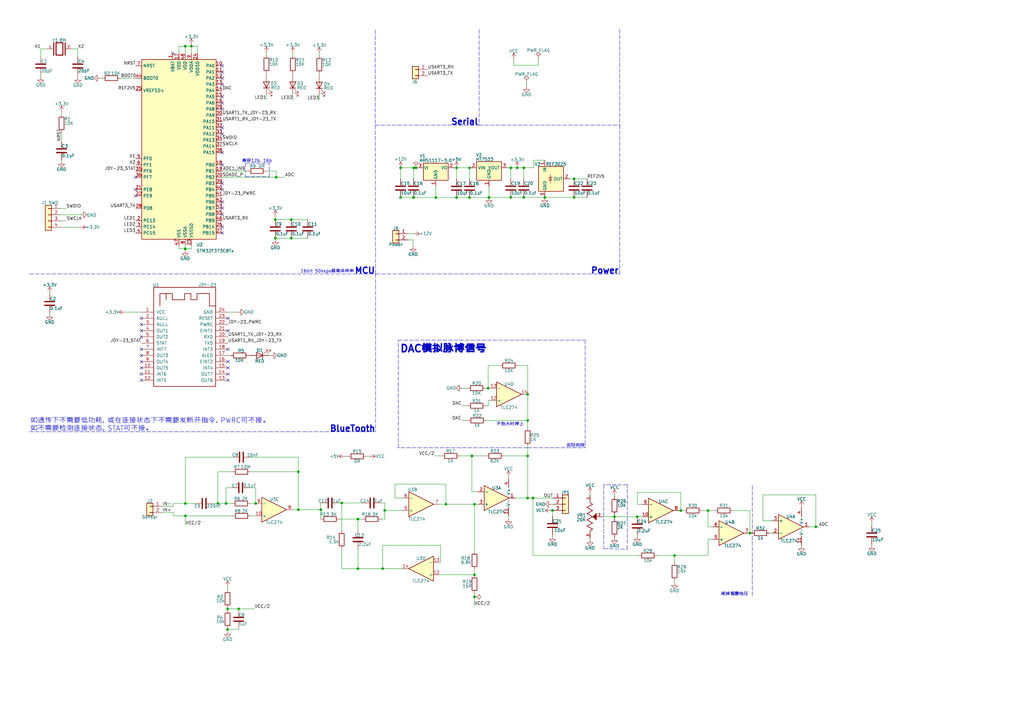
<source format=kicad_sch>
(kicad_sch (version 20211123) (generator eeschema)
  (paper "A3")
  (lib_symbols
    (symbol "3296W-1-103:3296W-1-103" (pin_names (offset 1.016))
      (property "Reference" "VR" (at -5.0871 10.1742 0))
      (property "Value" "3296W-1-103" (at -5.0926 -5.0926 0))
      (symbol "3296W-1-103_0_0"
        (pin passive line (at -8.89 0 0) (length 2.54) (name "~") (number "1"))
        (pin passive line (at 0 5.08 270) (length 2.54) (name "~") (number "2"))
        (pin passive line (at 8.89 0 180) (length 2.54) (name "~") (number "3"))
      )
    )
    (symbol "Amplifier_Operational:TLC274" (pin_names (offset 0.127))
      (property "Reference" "U" (at 0 5.08 0))
      (property "Value" "TLC274" (at 0 -5.08 0))
      (symbol "TLC274_1_1"
        (pin output line (at 7.62 0 180) (length 2.54) (name "~") (number "1"))
        (pin input line (at -7.62 -2.54 0) (length 2.54) (name "-") (number "2"))
        (pin input line (at -7.62 2.54 0) (length 2.54) (name "+") (number "3"))
      )
      (symbol "TLC274_2_1"
        (pin input line (at -7.62 2.54 0) (length 2.54) (name "+") (number "5"))
        (pin input line (at -7.62 -2.54 0) (length 2.54) (name "-") (number "6"))
        (pin output line (at 7.62 0 180) (length 2.54) (name "~") (number "7"))
      )
      (symbol "TLC274_3_1"
        (pin input line (at -7.62 2.54 0) (length 2.54) (name "+") (number "10"))
        (pin output line (at 7.62 0 180) (length 2.54) (name "~") (number "8"))
        (pin input line (at -7.62 -2.54 0) (length 2.54) (name "-") (number "9"))
      )
      (symbol "TLC274_4_1"
        (pin input line (at -7.62 2.54 0) (length 2.54) (name "+") (number "12"))
        (pin input line (at -7.62 -2.54 0) (length 2.54) (name "-") (number "13"))
        (pin output line (at 7.62 0 180) (length 2.54) (name "~") (number "14"))
      )
      (symbol "TLC274_5_1"
        (pin power_in line (at -2.54 -7.62 90) (length 3.81) (name "V-") (number "11"))
        (pin power_in line (at -2.54 7.62 270) (length 3.81) (name "V+") (number "4"))
      )
    )
    (symbol "Connector_Generic:Conn_01x02" (pin_names (offset 1.016) hide)
      (property "Reference" "J" (at 0 2.54 0))
      (property "Value" "Conn_01x02" (at 0 -5.08 0))
      (symbol "Conn_01x02_1_1"
        (pin passive line (at -5.08 0 0) (length 3.81) (name "Pin_1") (number "1"))
        (pin passive line (at -5.08 -2.54 0) (length 3.81) (name "Pin_2") (number "2"))
      )
    )
    (symbol "Connector_Generic:Conn_01x03" (pin_names (offset 1.016) hide)
      (property "Reference" "J" (at 0 5.08 0))
      (property "Value" "Conn_01x03" (at 0 -5.08 0))
      (symbol "Conn_01x03_1_1"
        (pin passive line (at -5.08 2.54 0) (length 3.81) (name "Pin_1") (number "1"))
        (pin passive line (at -5.08 0 0) (length 3.81) (name "Pin_2") (number "2"))
        (pin passive line (at -5.08 -2.54 0) (length 3.81) (name "Pin_3") (number "3"))
      )
    )
    (symbol "Connector_Generic:Conn_01x04" (pin_names (offset 1.016) hide)
      (property "Reference" "J" (at 0 5.08 0))
      (property "Value" "Conn_01x04" (at 0 -7.62 0))
      (symbol "Conn_01x04_1_1"
        (pin passive line (at -5.08 2.54 0) (length 3.81) (name "Pin_1") (number "1"))
        (pin passive line (at -5.08 0 0) (length 3.81) (name "Pin_2") (number "2"))
        (pin passive line (at -5.08 -2.54 0) (length 3.81) (name "Pin_3") (number "3"))
        (pin passive line (at -5.08 -5.08 0) (length 3.81) (name "Pin_4") (number "4"))
      )
    )
    (symbol "Device:C" (pin_numbers hide) (pin_names (offset 0.254))
      (property "Reference" "C" (at 0.635 2.54 0))
      (property "Value" "C" (at 0.635 -2.54 0))
      (symbol "C_1_1"
        (pin passive line (at 0 3.81 270) (length 2.794) (name "~") (number "1"))
        (pin passive line (at 0 -3.81 90) (length 2.794) (name "~") (number "2"))
      )
    )
    (symbol "Device:LED" (pin_numbers hide) (pin_names (offset 1.016) hide)
      (property "Reference" "D" (at 0 2.54 0))
      (property "Value" "LED" (at 0 -2.54 0))
      (symbol "LED_1_1"
        (pin passive line (at -3.81 0 0) (length 2.54) (name "K") (number "1"))
        (pin passive line (at 3.81 0 180) (length 2.54) (name "A") (number "2"))
      )
    )
    (symbol "Device:R" (pin_numbers hide) (pin_names (offset 0))
      (property "Reference" "R" (at 2.032 0 90))
      (property "Value" "R" (at 0 0 90))
      (symbol "R_1_1"
        (pin passive line (at 0 3.81 270) (length 1.27) (name "~") (number "1"))
        (pin passive line (at 0 -3.81 90) (length 1.27) (name "~") (number "2"))
      )
    )
    (symbol "JDY-23_1" (pin_names (offset 1.016))
      (property "Reference" "U" (at 0 1.27 0))
      (property "Value" "JDY-23_1" (at 0 -1.27 0))
      (symbol "JDY-23_1_1_0"
        (pin free line (at -5.08 30.48 0) (length 5.08) (name "VCC") (number "1"))
        (pin free line (at -5.08 7.62 0) (length 5.08) (name "OUT5") (number "10"))
        (pin free line (at -5.08 5.08 0) (length 5.08) (name "INT6") (number "11"))
        (pin free line (at -5.08 2.54 0) (length 5.08) (name "INT5") (number "12"))
        (pin free line (at 30.48 2.54 180) (length 5.08) (name "OUT6") (number "13"))
        (pin free line (at 30.48 5.08 180) (length 5.08) (name "OUT7") (number "14"))
        (pin free line (at 30.48 7.62 180) (length 5.08) (name "INT4") (number "15"))
        (pin free line (at 30.48 10.16 180) (length 5.08) (name "EINT2") (number "16"))
        (pin free line (at 30.48 12.7 180) (length 5.08) (name "ALED") (number "17"))
        (pin free line (at 30.48 15.24 180) (length 5.08) (name "INT3") (number "18"))
        (pin free line (at 30.48 17.78 180) (length 5.08) (name "TXD") (number "19"))
        (pin free line (at -5.08 27.94 0) (length 5.08) (name "NULL") (number "2"))
        (pin free line (at 30.48 20.32 180) (length 5.08) (name "RXD") (number "20"))
        (pin free line (at 30.48 22.86 180) (length 5.08) (name "EINT1") (number "21"))
        (pin free line (at 30.48 25.4 180) (length 5.08) (name "PWRC") (number "22"))
        (pin free line (at 30.48 27.94 180) (length 5.08) (name "RESET") (number "23"))
        (pin free line (at 30.48 30.48 180) (length 5.08) (name "GND") (number "24"))
        (pin free line (at -5.08 25.4 0) (length 5.08) (name "NULL") (number "3"))
        (pin free line (at -5.08 22.86 0) (length 5.08) (name "OUT1") (number "4"))
        (pin free line (at -5.08 20.32 0) (length 5.08) (name "OUT2") (number "5"))
        (pin free line (at -5.08 17.78 0) (length 5.08) (name "STAT") (number "6"))
        (pin free line (at -5.08 15.24 0) (length 5.08) (name "INT7") (number "7"))
        (pin free line (at -5.08 12.7 0) (length 5.08) (name "OUT3") (number "8"))
        (pin free line (at -5.08 10.16 0) (length 5.08) (name "OUT4") (number "9"))
      )
    )
    (symbol "MCU_ST_STM32F3:STM32F373C8Tx"
      (property "Reference" "U" (at -15.24 36.83 0))
      (property "Value" "STM32F373C8Tx" (at 10.16 36.83 0))
      (symbol "STM32F373C8Tx_1_1"
        (pin power_in line (at -2.54 38.1 270) (length 2.54) (name "VBAT") (number "1"))
        (pin bidirectional line (at 17.78 33.02 180) (length 2.54) (name "PA0") (number "10"))
        (pin bidirectional line (at 17.78 30.48 180) (length 2.54) (name "PA1") (number "11"))
        (pin bidirectional line (at 17.78 27.94 180) (length 2.54) (name "PA2") (number "12"))
        (pin bidirectional line (at 17.78 25.4 180) (length 2.54) (name "PA3") (number "13"))
        (pin bidirectional line (at 17.78 22.86 180) (length 2.54) (name "PA4") (number "14"))
        (pin bidirectional line (at 17.78 20.32 180) (length 2.54) (name "PA5") (number "15"))
        (pin bidirectional line (at 17.78 17.78 180) (length 2.54) (name "PA6") (number "16"))
        (pin power_in line (at 0 38.1 270) (length 2.54) (name "VDD") (number "17"))
        (pin bidirectional line (at 17.78 -7.62 180) (length 2.54) (name "PB0") (number "18"))
        (pin bidirectional line (at 17.78 -10.16 180) (length 2.54) (name "PB1") (number "19"))
        (pin bidirectional line (at -17.78 -30.48 0) (length 2.54) (name "PC13") (number "2"))
        (pin bidirectional line (at 17.78 -12.7 180) (length 2.54) (name "PB2") (number "20"))
        (pin bidirectional line (at -17.78 -17.78 0) (length 2.54) (name "PE8") (number "21"))
        (pin bidirectional line (at -17.78 -20.32 0) (length 2.54) (name "PE9") (number "22"))
        (pin power_in line (at 5.08 -40.64 90) (length 2.54) (name "VSSSD") (number "23"))
        (pin power_in line (at 7.62 38.1 270) (length 2.54) (name "VDDSD") (number "24"))
        (pin power_in line (at -17.78 22.86 0) (length 2.54) (name "VREFSD+") (number "25"))
        (pin bidirectional line (at 17.78 -33.02 180) (length 2.54) (name "PB14") (number "26"))
        (pin bidirectional line (at 17.78 -35.56 180) (length 2.54) (name "PB15") (number "27"))
        (pin bidirectional line (at -17.78 -25.4 0) (length 2.54) (name "PD8") (number "28"))
        (pin bidirectional line (at 17.78 15.24 180) (length 2.54) (name "PA8") (number "29"))
        (pin bidirectional line (at -17.78 -33.02 0) (length 2.54) (name "PC14") (number "3"))
        (pin bidirectional line (at 17.78 12.7 180) (length 2.54) (name "PA9") (number "30"))
        (pin bidirectional line (at 17.78 10.16 180) (length 2.54) (name "PA10") (number "31"))
        (pin bidirectional line (at 17.78 7.62 180) (length 2.54) (name "PA11") (number "32"))
        (pin bidirectional line (at 17.78 5.08 180) (length 2.54) (name "PA12") (number "33"))
        (pin bidirectional line (at 17.78 2.54 180) (length 2.54) (name "PA13") (number "34"))
        (pin bidirectional line (at -17.78 -10.16 0) (length 2.54) (name "PF6") (number "35"))
        (pin bidirectional line (at -17.78 -12.7 0) (length 2.54) (name "PF7") (number "36"))
        (pin bidirectional line (at 17.78 0 180) (length 2.54) (name "PA14") (number "37"))
        (pin bidirectional line (at 17.78 -2.54 180) (length 2.54) (name "PA15") (number "38"))
        (pin bidirectional line (at 17.78 -15.24 180) (length 2.54) (name "PB3") (number "39"))
        (pin bidirectional line (at -17.78 -35.56 0) (length 2.54) (name "PC15") (number "4"))
        (pin bidirectional line (at 17.78 -17.78 180) (length 2.54) (name "PB4") (number "40"))
        (pin bidirectional line (at 17.78 -20.32 180) (length 2.54) (name "PB5") (number "41"))
        (pin bidirectional line (at 17.78 -22.86 180) (length 2.54) (name "PB6") (number "42"))
        (pin bidirectional line (at 17.78 -25.4 180) (length 2.54) (name "PB7") (number "43"))
        (pin input line (at -17.78 27.94 0) (length 2.54) (name "BOOT0") (number "44"))
        (pin bidirectional line (at 17.78 -27.94 180) (length 2.54) (name "PB8") (number "45"))
        (pin bidirectional line (at 17.78 -30.48 180) (length 2.54) (name "PB9") (number "46"))
        (pin power_in line (at 0 -40.64 90) (length 2.54) (name "VSS") (number "47"))
        (pin power_in line (at 2.54 38.1 270) (length 2.54) (name "VDD") (number "48"))
        (pin input line (at -17.78 -5.08 0) (length 2.54) (name "PF0") (number "5"))
        (pin input line (at -17.78 -7.62 0) (length 2.54) (name "PF1") (number "6"))
        (pin input line (at -17.78 33.02 0) (length 2.54) (name "NRST") (number "7"))
        (pin power_in line (at 2.54 -40.64 90) (length 2.54) (name "VSSA") (number "8"))
        (pin power_in line (at 5.08 38.1 270) (length 2.54) (name "VDDA") (number "9"))
      )
    )
    (symbol "NX3225GD-8MHZ-STD-CRA-3:NX3225GD-8MHZ-STD-CRA-3" (pin_names (offset 1.016))
      (property "Reference" "Y" (at -5.0878 3.8159 0))
      (property "Value" "NX3225GD-8MHZ-STD-CRA-3" (at -5.0944 -5.0944 0))
      (symbol "NX3225GD-8MHZ-STD-CRA-3_0_0"
        (pin passive line (at -5.08 0 0) (length 2.54) (name "~") (number "1"))
        (pin passive line (at 5.08 0 180) (length 2.54) (name "~") (number "2"))
      )
    )
    (symbol "Reference_Voltage:REF3025" (pin_names (offset 0.254))
      (property "Reference" "U" (at 0 6.35 0))
      (property "Value" "REF3025" (at 2.54 -6.35 0))
      (symbol "REF3025_1_1"
        (pin power_in line (at -2.54 7.62 270) (length 2.54) (name "IN") (number "1"))
        (pin power_out line (at 7.62 0 180) (length 2.54) (name "OUT") (number "2"))
        (pin power_in line (at -2.54 -7.62 90) (length 2.54) (name "GND") (number "3"))
      )
    )
    (symbol "Regulator_Linear:AMS1117-5.0" (pin_names (offset 0.254))
      (property "Reference" "U" (at -3.81 3.175 0))
      (property "Value" "AMS1117-5.0" (at 0 3.175 0))
      (symbol "AMS1117-5.0_1_1"
        (pin power_in line (at 0 -7.62 90) (length 2.54) (name "GND") (number "1"))
        (pin power_out line (at 7.62 0 180) (length 2.54) (name "VO") (number "2"))
        (pin power_in line (at -7.62 0 0) (length 2.54) (name "VI") (number "3"))
      )
    )
    (symbol "Regulator_Linear:HT75xx-1-SOT89"
      (property "Reference" "U" (at -5.08 -3.81 0))
      (property "Value" "HT75xx-1-SOT89" (at 0 6.35 0))
      (symbol "HT75xx-1-SOT89_1_1"
        (pin power_in line (at 0 -5.08 90) (length 2.54) (name "GND") (number "1"))
        (pin power_in line (at -7.62 2.54 0) (length 2.54) (name "VIN") (number "2"))
        (pin power_out line (at 7.62 2.54 180) (length 2.54) (name "VOUT") (number "3"))
      )
    )
    (symbol "power:+12V" (power) (pin_names (offset 0))
      (property "Value" "+12V" (at 0 3.556 0))
      (symbol "+12V_1_1"
        (pin power_in line (at 0 0 90) (length 0) hide (name "+12V") (number "1"))
      )
    )
    (symbol "power:+3.3V" (power) (pin_names (offset 0))
      (property "Value" "+3.3V" (at 0 3.556 0))
      (symbol "+3.3V_1_1"
        (pin power_in line (at 0 0 90) (length 0) hide (name "+3.3V") (number "1"))
      )
    )
    (symbol "power:+5V" (power) (pin_names (offset 0))
      (property "Value" "+5V" (at 0 3.556 0))
      (symbol "+5V_1_1"
        (pin power_in line (at 0 0 90) (length 0) hide (name "+5V") (number "1"))
      )
    )
    (symbol "power:GND" (power) (pin_names (offset 0))
      (property "Value" "GND" (at 0 -3.81 0))
      (symbol "GND_1_1"
        (pin power_in line (at 0 0 270) (length 0) hide (name "GND") (number "1"))
      )
    )
    (symbol "power:PWR_FLAG" (power) (pin_numbers hide) (pin_names (offset 0) hide)
      (property "Value" "PWR_FLAG" (at 0 3.81 0))
      (symbol "PWR_FLAG_0_0"
        (pin power_out line (at 0 0 90) (length 0) (name "pwr") (number "1"))
      )
    )
    (symbol "power:VCC" (power) (pin_names (offset 0))
      (property "Value" "VCC" (at 0 3.81 0))
      (symbol "VCC_1_1"
        (pin power_in line (at 0 0 90) (length 0) hide (name "VCC") (number "1"))
      )
    )
  )
  (junction (at 131.572 209.042))
  (junction (at 78.486 18.9484))
  (junction (at 169.6212 68.834))
  (junction (at 122.3772 193.4972))
  (junction (at 192.5828 81.026))
  (junction (at 216.408 172.466))
  (junction (at 261.366 211.9376))
  (junction (at 235.458 80.9752))
  (junction (at 76.0476 211.582))
  (junction (at 112.9284 97.6884))
  (junction (at 112.9284 90.0684))
  (junction (at 279.2476 209.3976))
  (junction (at 93.3196 249.7328))
  (junction (at 156.9212 233.2228))
  (junction (at 200.2028 159.2072))
  (junction (at 216.408 204.2668))
  (junction (at 216.408 161.7472))
  (junction (at 276.6568 227.838))
  (junction (at 216.408 186.9948))
  (junction (at 187.2488 81.026))
  (junction (at 209.4992 68.834))
  (junction (at 164.2872 80.9752))
  (junction (at 169.6212 80.9752))
  (junction (at 182.88 206.8068))
  (junction (at 212.1408 68.834))
  (junction (at 178.7144 81.026))
  (junction (at 334.6196 216.1032))
  (junction (at 75.946 18.9484))
  (junction (at 75.946 102.0572))
  (junction (at 192.5828 68.834))
  (junction (at 200.5584 81.026))
  (junction (at 194.6148 206.8068))
  (junction (at 226.6188 209.3468))
  (junction (at 290.3728 209.3976))
  (junction (at 170.5864 68.834))
  (junction (at 97.8916 249.7328))
  (junction (at 122.3772 209.042))
  (junction (at 194.6148 235.7628))
  (junction (at 252.0188 211.9376))
  (junction (at 218.5924 204.2668))
  (junction (at 209.4992 80.9752))
  (junction (at 89.3572 206.502))
  (junction (at 235.458 73.3552))
  (junction (at 93.3196 258.1656))
  (junction (at 113.284 72.6948))
  (junction (at 164.2872 68.834))
  (junction (at 92.71 206.502))
  (junction (at 187.2488 68.834))
  (junction (at 119.4816 97.6884))
  (junction (at 146.812 233.2228))
  (junction (at 140.1572 206.2988))
  (junction (at 169.6212 81.026))
  (junction (at 200.5584 80.9752))
  (junction (at 104.8512 206.502))
  (junction (at 194.6148 244.8052))
  (junction (at 157.7848 209.3468))
  (junction (at 223.4692 80.9752))
  (junction (at 146.812 212.9028))
  (junction (at 76.0476 206.502))
  (junction (at 307.594 218.6432))
  (junction (at 214.8332 80.9752))
  (junction (at 193.548 186.9948))
  (junction (at 214.8332 68.834))
  (junction (at 119.4816 90.0684))
  (no_connect (at 91.186 39.6748))
  (no_connect (at 91.186 85.3948))
  (no_connect (at 91.186 67.6148))
  (no_connect (at 91.186 82.8548))
  (no_connect (at 93.5228 150.876))
  (no_connect (at 91.186 42.2148))
  (no_connect (at 91.186 62.5348))
  (no_connect (at 91.186 54.9148))
  (no_connect (at 91.186 44.7548))
  (no_connect (at 93.5228 153.416))
  (no_connect (at 55.626 80.3148))
  (no_connect (at 91.186 32.0548))
  (no_connect (at 57.9628 130.556))
  (no_connect (at 57.9628 135.636))
  (no_connect (at 57.9628 133.096))
  (no_connect (at 91.186 52.3748))
  (no_connect (at 57.9628 153.416))
  (no_connect (at 57.9628 148.336))
  (no_connect (at 91.186 95.5548))
  (no_connect (at 91.186 34.5948))
  (no_connect (at 57.9628 138.176))
  (no_connect (at 57.9628 150.876))
  (no_connect (at 55.626 77.7748))
  (no_connect (at 91.186 29.5148))
  (no_connect (at 93.5228 135.636))
  (no_connect (at 91.186 77.7748))
  (no_connect (at 93.5228 155.956))
  (no_connect (at 93.5228 143.256))
  (no_connect (at 57.9628 145.796))
  (no_connect (at 57.9628 155.956))
  (no_connect (at 91.186 26.9748))
  (no_connect (at 70.866 21.8948))
  (no_connect (at 93.5228 130.556))
  (no_connect (at 91.186 87.9348))
  (no_connect (at 91.186 75.2348))
  (no_connect (at 55.626 72.6948))
  (no_connect (at 91.186 93.0148))
  (no_connect (at 93.5228 148.336))
  (no_connect (at 57.9628 143.256))
  (wire (pts (xy 119.4816 90.0684) (xy 126.238 90.0684)))
  (wire (pts (xy 91.186 70.1548) (xy 101.6 70.1548)))
  (wire (pts (xy 194.6148 244.8052) (xy 194.6148 248.4628)))
  (wire (pts (xy 167.4368 95.8596) (xy 169.4688 95.8596)))
  (wire (pts (xy 170.5864 68.834) (xy 171.0944 68.834)))
  (wire (pts (xy 112.9284 97.6884) (xy 112.9284 98.2472)))
  (wire (pts (xy 235.458 73.3552) (xy 240.792 73.3552)))
  (wire (pts (xy 216.408 172.466) (xy 216.408 175.4632)))
  (wire (pts (xy 93.3196 240.792) (xy 93.3196 241.7572)))
  (wire (pts (xy 89.3572 206.502) (xy 92.71 206.502)))
  (wire (pts (xy 290.3728 209.3976) (xy 293.116 209.3976)))
  (wire (pts (xy 290.3728 216.1032) (xy 292.354 216.1032)))
  (polyline (pts (xy 216.408 183.642) (xy 163.322 183.642)))
  (wire (pts (xy 187.2488 68.834) (xy 186.3344 68.834)))
  (wire (pts (xy 97.8916 249.7328) (xy 104.394 249.7328)))
  (wire (pts (xy 25.2476 54.4068) (xy 25.2476 58.0136)))
  (wire (pts (xy 131.572 209.042) (xy 131.572 206.2988)))
  (wire (pts (xy 73.406 21.8948) (xy 73.406 18.9484)))
  (polyline (pts (xy 239.9792 139.4968) (xy 239.9792 183.642)))
  (wire (pts (xy 162.0012 198.5772) (xy 182.88 198.5772)))
  (polyline (pts (xy 248.158 198.7804) (xy 247.5992 198.7804)))
  (wire (pts (xy 200.2028 159.2072) (xy 200.2028 149.9108)))
  (wire (pts (xy 290.4236 221.1832) (xy 292.354 221.1832)))
  (wire (pts (xy 162.0012 204.2668) (xy 162.0012 198.5772)))
  (wire (pts (xy 71.0692 210.2104) (xy 71.0692 211.582)))
  (polyline (pts (xy 196.4944 51.308) (xy 254.1524 51.308)))
  (polyline (pts (xy 100.584 66.9544) (xy 110.4392 66.9544)))
  (wire (pts (xy 261.366 211.9376) (xy 263.398 211.9376)))
  (wire (pts (xy 156.9212 233.2228) (xy 165.0492 233.2228)))
  (wire (pts (xy 146.812 225.1456) (xy 146.812 233.2228)))
  (wire (pts (xy 25.2476 45.9232) (xy 25.2476 46.7868)))
  (wire (pts (xy 194.6148 233.6292) (xy 194.6148 235.7628)))
  (wire (pts (xy 164.2872 81.026) (xy 164.2872 80.9752)))
  (wire (pts (xy 140.1572 233.2228) (xy 146.812 233.2228)))
  (wire (pts (xy 93.5228 145.796) (xy 94.488 145.796)))
  (wire (pts (xy 216.408 186.9948) (xy 216.408 204.2668)))
  (wire (pts (xy 169.418 98.3996) (xy 169.418 100.9396)))
  (wire (pts (xy 131.572 209.042) (xy 131.572 212.9028)))
  (wire (pts (xy 193.548 186.9948) (xy 199.1868 186.9948)))
  (wire (pts (xy 102.87 211.582) (xy 104.8512 211.582)))
  (wire (pts (xy 180.2892 235.7628) (xy 194.6148 235.7628)))
  (wire (pts (xy 66.548 207.6704) (xy 71.0184 207.6704)))
  (wire (pts (xy 178.7144 81.026) (xy 178.7144 76.454)))
  (wire (pts (xy 316.7888 213.5632) (xy 312.928 213.5632)))
  (wire (pts (xy 261.366 219.5576) (xy 261.366 219.9132)))
  (wire (pts (xy 156.4132 206.2988) (xy 157.7848 206.2988)))
  (wire (pts (xy 334.6196 216.1032) (xy 332.0288 216.1032)))
  (wire (pts (xy 75.946 18.9484) (xy 75.946 21.8948)))
  (wire (pts (xy 200.5584 80.9752) (xy 200.5584 76.454)))
  (wire (pts (xy 110.2868 145.796) (xy 111.0996 145.796)))
  (wire (pts (xy 93.3196 249.7328) (xy 93.3196 250.19)))
  (wire (pts (xy 122.3772 187.5028) (xy 122.3772 193.4972)))
  (wire (pts (xy 200.3044 166.4208) (xy 199.3392 166.4208)))
  (wire (pts (xy 300.736 209.3976) (xy 307.594 209.3976)))
  (wire (pts (xy 24.892 88.0872) (xy 33.02 88.0872)))
  (wire (pts (xy 31.9024 30.8864) (xy 31.9024 31.6484)))
  (wire (pts (xy 187.2488 81.026) (xy 192.5828 81.026)))
  (wire (pts (xy 276.6568 227.838) (xy 276.6568 230.632)))
  (wire (pts (xy 216.408 149.9108) (xy 212.5472 149.9108)))
  (wire (pts (xy 78.486 102.0572) (xy 75.946 102.0572)))
  (wire (pts (xy 200.2028 149.9108) (xy 204.9272 149.9108)))
  (wire (pts (xy 122.3772 193.4972) (xy 122.3772 209.042)))
  (wire (pts (xy 93.3196 258.1656) (xy 97.8916 258.1656)))
  (wire (pts (xy 357.5812 223.2152) (xy 357.5812 223.6724)))
  (wire (pts (xy 200.3044 164.2872) (xy 200.3044 166.4208)))
  (polyline (pts (xy 308.5592 199.136) (xy 308.5592 244.2464)))
  (wire (pts (xy 334.6196 202.9968) (xy 334.6196 216.1032)))
  (wire (pts (xy 81.026 21.8948) (xy 81.026 18.9484)))
  (wire (pts (xy 290.3728 209.3976) (xy 290.3728 216.1032)))
  (polyline (pts (xy 257.302 225.2472) (xy 257.302 198.7804)))
  (wire (pts (xy 200.5584 80.9752) (xy 200.5584 81.026)))
  (wire (pts (xy 312.928 213.5632) (xy 312.928 202.9968)))
  (wire (pts (xy 214.8332 73.3552) (xy 214.8332 68.834)))
  (wire (pts (xy 87.5284 206.502) (xy 89.3572 206.502)))
  (wire (pts (xy 307.594 209.3976) (xy 307.594 218.6432)))
  (wire (pts (xy 279.2476 209.3976) (xy 278.638 209.3976)))
  (wire (pts (xy 16.7132 20.066) (xy 19.304 20.066)))
  (wire (pts (xy 157.7848 209.3468) (xy 157.7848 212.9028)))
  (wire (pts (xy 208.5848 211.582) (xy 208.5848 212.6996)))
  (wire (pts (xy 226.6188 219.3544) (xy 226.6188 219.8624)))
  (wire (pts (xy 206.8068 186.9948) (xy 216.408 186.9948)))
  (wire (pts (xy 235.458 80.9752) (xy 240.792 80.9752)))
  (wire (pts (xy 76.0476 187.5028) (xy 95.1992 187.5028)))
  (polyline (pts (xy 12.0904 177.0888) (xy 154.0256 177.0888)))
  (wire (pts (xy 218.948 68.834) (xy 218.948 65.7352)))
  (wire (pts (xy 178.7144 81.026) (xy 187.2488 81.026)))
  (wire (pts (xy 97.8916 249.7328) (xy 93.3196 249.7328)))
  (wire (pts (xy 93.3196 258.1656) (xy 93.3196 258.9276)))
  (wire (pts (xy 279.2476 201.9808) (xy 279.2476 209.3976)))
  (wire (pts (xy 24.892 90.6272) (xy 27.3304 90.6272)))
  (wire (pts (xy 49.4792 32.0548) (xy 55.626 32.0548)))
  (wire (pts (xy 194.6148 206.8068) (xy 194.6148 226.0092)))
  (wire (pts (xy 93.5228 128.016) (xy 97.536 128.016)))
  (wire (pts (xy 187.2488 68.834) (xy 192.5828 68.834)))
  (wire (pts (xy 120.0912 38.6588) (xy 120.0912 41.0464)))
  (wire (pts (xy 16.7132 20.066) (xy 16.7132 23.2664)))
  (wire (pts (xy 226.2124 209.3468) (xy 226.6188 209.3468)))
  (wire (pts (xy 218.5924 204.2668) (xy 218.5924 227.838)))
  (polyline (pts (xy 153.8732 12.0396) (xy 153.924 12.0396)))
  (wire (pts (xy 167.4368 98.3996) (xy 169.418 98.3996)))
  (wire (pts (xy 112.9284 88.6968) (xy 112.9284 90.0684)))
  (wire (pts (xy 76.0476 206.502) (xy 76.0476 187.5028)))
  (wire (pts (xy 140.1572 206.2988) (xy 148.7932 206.2988)))
  (wire (pts (xy 102.87 193.4972) (xy 122.3772 193.4972)))
  (wire (pts (xy 102.5144 200.0504) (xy 104.8512 200.0504)))
  (wire (pts (xy 92.71 206.502) (xy 95.1484 206.502)))
  (wire (pts (xy 233.6292 73.3552) (xy 235.458 73.3552)))
  (wire (pts (xy 24.892 93.1672) (xy 32.6644 93.1672)))
  (wire (pts (xy 187.2488 73.406) (xy 187.2488 68.834)))
  (polyline (pts (xy 100.584 72.39) (xy 110.4392 72.39)))
  (wire (pts (xy 200.2028 159.2072) (xy 201.168 159.2072)))
  (wire (pts (xy 71.0692 211.582) (xy 76.0476 211.582)))
  (polyline (pts (xy 154.0256 112.3696) (xy 154.0256 177.0888)))
  (wire (pts (xy 192.5828 81.026) (xy 200.5584 81.026)))
  (wire (pts (xy 76.0476 206.502) (xy 79.9084 206.502)))
  (wire (pts (xy 81.026 18.9484) (xy 78.486 18.9484)))
  (wire (pts (xy 146.812 212.9028) (xy 146.812 217.5256)))
  (wire (pts (xy 112.9284 97.6884) (xy 119.4816 97.6884)))
  (wire (pts (xy 328.7268 208.0768) (xy 328.7268 208.28)))
  (wire (pts (xy 189.2808 166.4208) (xy 191.7192 166.4208)))
  (wire (pts (xy 216.408 204.2668) (xy 218.5924 204.2668)))
  (wire (pts (xy 226.6188 209.3468) (xy 226.6188 211.7344)))
  (wire (pts (xy 104.8512 200.0504) (xy 104.8512 206.502)))
  (polyline (pts (xy 196.4944 12.0396) (xy 196.4944 51.308)))
  (wire (pts (xy 218.948 65.7352) (xy 223.4692 65.7352)))
  (wire (pts (xy 192.5828 68.834) (xy 192.9384 68.834)))
  (wire (pts (xy 180.6956 223.6216) (xy 180.6956 230.6828)))
  (wire (pts (xy 130.9624 38.7604) (xy 130.9624 41.148)))
  (wire (pts (xy 97.8916 250.19) (xy 97.8916 249.7328)))
  (wire (pts (xy 156.9212 223.6724) (xy 180.6956 223.6216)))
  (wire (pts (xy 182.88 198.5772) (xy 182.88 206.8068)))
  (polyline (pts (xy 254.1524 51.308) (xy 254.1524 112.3696)))
  (wire (pts (xy 276.6568 227.838) (xy 290.4236 227.838)))
  (wire (pts (xy 216.408 161.7472) (xy 216.408 149.9108)))
  (wire (pts (xy 75.946 100.6348) (xy 75.946 102.0572)))
  (wire (pts (xy 169.6212 81.026) (xy 169.6212 80.9752)))
  (wire (pts (xy 130.9624 30.3276) (xy 130.9624 31.1404)))
  (wire (pts (xy 122.3772 209.042) (xy 131.572 209.042)))
  (polyline (pts (xy 216.408 183.642) (xy 239.9792 183.642)))
  (wire (pts (xy 247.0912 211.9376) (xy 252.0188 211.9376)))
  (wire (pts (xy 214.8332 68.834) (xy 218.948 68.834)))
  (wire (pts (xy 334.6196 216.1032) (xy 335.8388 216.1032)))
  (wire (pts (xy 193.548 186.9948) (xy 193.548 201.7268)))
  (wire (pts (xy 261.4168 206.8576) (xy 261.4168 201.9808)))
  (wire (pts (xy 164.2872 68.834) (xy 169.6212 68.834)))
  (wire (pts (xy 357.5812 214.4776) (xy 357.5812 215.5952)))
  (wire (pts (xy 120.0912 21.7932) (xy 120.0912 22.606)))
  (wire (pts (xy 252.0188 211.9376) (xy 252.0188 212.6996)))
  (wire (pts (xy 73.406 102.0572) (xy 75.946 102.0572)))
  (wire (pts (xy 287.9852 209.3976) (xy 290.3728 209.3976)))
  (wire (pts (xy 76.0476 211.582) (xy 95.25 211.582)))
  (wire (pts (xy 209.4992 68.834) (xy 208.1784 68.834)))
  (wire (pts (xy 71.0184 206.502) (xy 71.0184 207.6704)))
  (wire (pts (xy 279.2476 209.3976) (xy 280.3652 209.3976)))
  (wire (pts (xy 157.7848 206.2988) (xy 157.7848 209.3468)))
  (polyline (pts (xy 254.1524 112.3696) (xy 154.0256 112.3696)))
  (polyline (pts (xy 247.5992 198.7804) (xy 247.5992 225.044)))
  (wire (pts (xy 209.4992 68.834) (xy 212.1408 68.834)))
  (wire (pts (xy 109.2708 30.1752) (xy 109.2708 30.988)))
  (wire (pts (xy 156.9212 233.2228) (xy 156.9212 223.6724)))
  (wire (pts (xy 120.0912 30.226) (xy 120.0912 31.0388)))
  (wire (pts (xy 113.284 72.6948) (xy 116.8908 72.6948)))
  (wire (pts (xy 312.928 202.9968) (xy 334.6196 202.9968)))
  (wire (pts (xy 140.1572 206.2988) (xy 140.1572 217.5256)))
  (wire (pts (xy 29.464 20.066) (xy 31.9024 20.066)))
  (wire (pts (xy 199.4916 172.466) (xy 216.408 172.466)))
  (polyline (pts (xy 163.322 139.4968) (xy 239.9792 139.4968)))
  (wire (pts (xy 290.4236 227.838) (xy 290.4236 221.1832)))
  (wire (pts (xy 113.284 72.6948) (xy 113.284 70.1548)))
  (wire (pts (xy 261.366 211.9376) (xy 252.0188 211.9376)))
  (polyline (pts (xy 153.924 51.308) (xy 196.4944 51.308)))
  (wire (pts (xy 20.3708 120.1928) (xy 20.3708 120.65)))
  (wire (pts (xy 92.71 200.0504) (xy 92.71 206.502)))
  (wire (pts (xy 73.406 18.9484) (xy 75.946 18.9484)))
  (wire (pts (xy 146.812 233.2228) (xy 156.9212 233.2228)))
  (wire (pts (xy 194.6148 243.3828) (xy 194.6148 244.8052)))
  (wire (pts (xy 226.2632 206.8068) (xy 226.822 206.8068)))
  (wire (pts (xy 220.8276 26.7716) (xy 220.8276 24.13)))
  (wire (pts (xy 209.4992 80.9752) (xy 214.8332 80.9752)))
  (wire (pts (xy 97.8916 257.81) (xy 97.8916 258.1656)))
  (wire (pts (xy 76.0476 211.582) (xy 76.0476 215.4936)))
  (wire (pts (xy 75.946 102.0572) (xy 75.946 102.6668)))
  (wire (pts (xy 328.7268 223.52) (xy 328.7268 223.8248)))
  (wire (pts (xy 189.23 172.466) (xy 191.8716 172.466)))
  (wire (pts (xy 93.3196 257.81) (xy 93.3196 258.1656)))
  (polyline (pts (xy 257.302 198.7804) (xy 248.158 198.7804)))
  (wire (pts (xy 31.9024 20.066) (xy 31.9024 23.2664)))
  (wire (pts (xy 212.1408 68.834) (xy 214.8332 68.834)))
  (wire (pts (xy 130.9624 21.8948) (xy 130.9624 22.7076)))
  (wire (pts (xy 242.0112 202.438) (xy 242.0112 203.0476)))
  (polyline (pts (xy 163.322 183.642) (xy 163.322 139.4968)))
  (wire (pts (xy 196.0372 201.7268) (xy 193.548 201.7268)))
  (wire (pts (xy 109.2708 21.7424) (xy 109.2708 22.5552)))
  (wire (pts (xy 199.2884 159.2072) (xy 200.2028 159.2072)))
  (wire (pts (xy 78.486 18.3896) (xy 78.486 18.9484)))
  (wire (pts (xy 215.9508 33.8836) (xy 215.9508 35.4584)))
  (wire (pts (xy 157.7848 212.9028) (xy 156.3116 212.9028)))
  (wire (pts (xy 261.4168 201.9808) (xy 279.2476 201.9808)))
  (wire (pts (xy 75.946 18.9484) (xy 78.486 18.9484)))
  (wire (pts (xy 182.88 206.8068) (xy 180.3908 206.8068)))
  (wire (pts (xy 164.2872 68.834) (xy 164.2872 73.3552)))
  (wire (pts (xy 201.168 164.2872) (xy 200.3044 164.2872)))
  (wire (pts (xy 71.0184 206.502) (xy 76.0476 206.502)))
  (wire (pts (xy 269.5448 227.838) (xy 276.6568 227.838)))
  (wire (pts (xy 200.5584 80.9752) (xy 209.4992 80.9752)))
  (wire (pts (xy 189.6364 159.2072) (xy 191.6684 159.2072)))
  (polyline (pts (xy 247.5992 225.044) (xy 257.302 225.2472)))
  (wire (pts (xy 315.722 218.6432) (xy 316.7888 218.6432)))
  (wire (pts (xy 41.0972 32.0548) (xy 41.8592 32.0548)))
  (wire (pts (xy 119.4816 97.6884) (xy 126.238 97.6884)))
  (wire (pts (xy 242.0112 220.8276) (xy 242.0112 221.3864)))
  (wire (pts (xy 252.0188 220.3196) (xy 252.0188 220.5228)))
  (wire (pts (xy 93.3196 249.3772) (xy 93.3196 249.7328)))
  (wire (pts (xy 140.1572 225.1456) (xy 140.1572 233.2228)))
  (wire (pts (xy 102.8192 187.5028) (xy 122.3772 187.5028)))
  (wire (pts (xy 51.3588 128.016) (xy 57.9628 128.016)))
  (wire (pts (xy 209.4992 73.3552) (xy 209.4992 68.834)))
  (wire (pts (xy 25.2476 65.6336) (xy 25.2476 66.0908)))
  (wire (pts (xy 89.3572 193.4972) (xy 89.3572 206.502)))
  (wire (pts (xy 178.2064 186.9948) (xy 181.0512 186.9948)))
  (wire (pts (xy 208.5848 195.6308) (xy 208.5848 196.342)))
  (wire (pts (xy 91.186 72.6948) (xy 113.284 72.6948)))
  (wire (pts (xy 112.9284 90.0684) (xy 119.4816 90.0684)))
  (wire (pts (xy 223.4692 80.9752) (xy 235.458 80.9752)))
  (polyline (pts (xy 154.0256 112.3696) (xy 153.8732 12.0396)))
  (wire (pts (xy 139.192 206.2988) (xy 140.1572 206.2988)))
  (wire (pts (xy 139.192 212.9028) (xy 146.812 212.9028)))
  (wire (pts (xy 307.594 218.6432) (xy 308.102 218.6432)))
  (wire (pts (xy 165.1508 204.2668) (xy 162.0012 204.2668)))
  (wire (pts (xy 169.6212 81.026) (xy 178.7144 81.026)))
  (wire (pts (xy 164.2872 81.026) (xy 169.6212 81.026)))
  (wire (pts (xy 180.6956 230.6828) (xy 180.2892 230.6828)))
  (wire (pts (xy 78.486 18.9484) (xy 78.486 21.8948)))
  (wire (pts (xy 66.548 210.2104) (xy 71.0692 210.2104)))
  (wire (pts (xy 263.398 206.8576) (xy 261.4168 206.8576)))
  (wire (pts (xy 276.6568 238.252) (xy 276.6568 238.9124)))
  (wire (pts (xy 216.408 204.2668) (xy 211.2772 204.2668)))
  (polyline (pts (xy 100.584 66.9544) (xy 100.584 72.39)))
  (wire (pts (xy 226.6188 209.3468) (xy 226.822 209.3468)))
  (wire (pts (xy 194.6148 206.8068) (xy 196.0372 206.8068)))
  (wire (pts (xy 109.2708 38.608) (xy 109.2708 40.9956)))
  (polyline (pts (xy 12.1412 112.3696) (xy 154.0256 112.3696)))
  (wire (pts (xy 78.486 100.6348) (xy 78.486 102.0572)))
  (wire (pts (xy 169.6212 68.834) (xy 170.5864 68.834)))
  (wire (pts (xy 210.7184 26.7716) (xy 220.8276 26.7716)))
  (wire (pts (xy 182.88 206.8068) (xy 194.6148 206.8068)))
  (wire (pts (xy 157.7848 209.3468) (xy 165.1508 209.3468)))
  (wire (pts (xy 218.5924 227.838) (xy 261.9248 227.838)))
  (wire (pts (xy 20.3708 128.27) (xy 20.3708 128.778)))
  (wire (pts (xy 146.812 212.9028) (xy 148.6916 212.9028)))
  (polyline (pts (xy 110.4392 72.39) (xy 110.4392 66.9544)))
  (wire (pts (xy 94.8944 200.0504) (xy 92.71 200.0504)))
  (wire (pts (xy 150.3172 187.1472) (xy 151.4348 187.1472)))
  (wire (pts (xy 102.7684 206.502) (xy 104.8512 206.502)))
  (wire (pts (xy 252.0188 203.2508) (xy 252.0188 203.6064)))
  (wire (pts (xy 210.7184 24.3332) (xy 210.7184 26.7716)))
  (wire (pts (xy 113.284 70.1548) (xy 109.22 70.1548)))
  (wire (pts (xy 16.7132 30.8864) (xy 16.7132 31.5468)))
  (wire (pts (xy 216.408 161.7472) (xy 216.408 172.466)))
  (wire (pts (xy 169.6212 68.834) (xy 169.6212 73.3552)))
  (wire (pts (xy 218.5924 204.2668) (xy 226.822 204.2668)))
  (wire (pts (xy 216.408 183.0832) (xy 216.408 186.9948)))
  (wire (pts (xy 122.3772 209.042) (xy 120.0912 209.042)))
  (wire (pts (xy 24.892 85.5472) (xy 27.2288 85.5472)))
  (polyline (pts (xy 254.1524 12.0396) (xy 254.1524 51.2572)))
  (wire (pts (xy 188.6712 186.9948) (xy 193.548 186.9948)))
  (wire (pts (xy 192.5828 68.834) (xy 192.5828 73.406)))
  (wire (pts (xy 73.406 100.6348) (xy 73.406 102.0572)))
  (wire (pts (xy 102.108 145.796) (xy 102.6668 145.796)))
  (wire (pts (xy 95.25 193.4972) (xy 89.3572 193.4972)))
  (wire (pts (xy 252.0188 211.9376) (xy 252.0188 211.2264)))
  (wire (pts (xy 214.8332 80.9752) (xy 223.4692 80.9752)))
  (wire (pts (xy 141.5796 187.1472) (xy 142.6972 187.1472)))
  (text "减掉偏置电压" (at 295.5544 244.5004 0) (effects (font (size 1.27 1.27)) (justify left bottom)))
  (text "不放大时焊上" (at 203.5048 174.8536 0) (effects (font (size 1.27 1.27)) (justify left bottom)))
  (text "DAC模拟脉博信号" (at 163.9316 144.9324 0) (effects (font (size 3 3) (thickness 0.6) bold) (justify left bottom)))
  (text "16bit 50ksps最高采样率\n" (at 123.2408 112.1156 0) (effects (font (size 1.27 1.27)) (justify left bottom)))
  (text "兼容12b、16b\n" (at 99.1616 66.8528 0) (effects (font (size 1.27 1.27)) (justify left bottom)))
  (text "MCU" (at 145.3388 112.6236 0) (effects (font (size 2.5 2.5) (thickness 0.5) bold) (justify left bottom)))
  (text "Serial\n" (at 184.8612 51.562 0) (effects (font (size 2.5 2.5) (thickness 0.5) bold) (justify left bottom)))
  (text "如透传下不需要低功耗，或在连接状态下不需要发断开指令，PWRC可不接。\n如不需要检测连接状态，STAT可不接。" (at 12.3952 177.038 0) (effects (font (size 2 2)) (justify left bottom)))
  (text "BlueTooth\n" (at 135.128 177.3936 0) (effects (font (size 2.5 2.5) (thickness 0.5) bold) (justify left bottom)))
  (text "Power\n" (at 242.2144 112.5728 0) (effects (font (size 2.5 2.5) (thickness 0.5) bold) (justify left bottom)))
  (text "实际拆除" (at 232.3084 183.5912 0) (effects (font (size 1.27 1.27)) (justify left bottom)))
  (label "ADC1_IN9" (at 91.3892 70.1548 0))
  (label "VCC{slash}2" (at 194.6148 248.4628 0))
  (label "USART1_TX_JDY-23_RX" (at 91.186 47.2948 0))
  (label "X2" (at 55.626 67.6148 180))
  (label "SWDIO" (at 27.2288 85.5472 0))
  (label "SDADC_P" (at 91.2368 72.6948 0))
  (label "LED2" (at 120.0912 41.0464 180))
  (label "VCC{slash}2" (at 76.0476 215.4936 0))
  (label "SWDIO" (at 91.186 57.4548 0))
  (label "LED2" (at 55.626 93.0148 180))
  (label "USART3_TX" (at 175.4632 31.0388 0))
  (label "JDY-23_STAT" (at 55.626 70.1548 180))
  (label "LED1" (at 109.2708 40.9956 180))
  (label "DAC" (at 91.186 37.1348 0))
  (label "NRST" (at 55.626 26.9748 180))
  (label "LED3" (at 55.626 95.5548 180))
  (label "SWCLK" (at 91.186 59.9948 0))
  (label "REF2V5" (at 240.792 73.3552 0))
  (label "NRST" (at 25.2476 57.9628 90))
  (label "LED3" (at 130.9624 41.148 180))
  (label "USART3_TX" (at 55.626 85.3948 180))
  (label "JDY-23_PWRC" (at 91.186 80.3148 0))
  (label "IN-" (at 66.6496 207.6704 0))
  (label "JDY-23_STAT" (at 57.9628 140.716 180))
  (label "X1" (at 55.626 65.0748 180))
  (label "USART1_RX_JDY-23_TX" (at 93.5228 140.716 0))
  (label "VCC{slash}2" (at 178.2064 186.9948 180))
  (label "ADC" (at 116.8908 72.6948 0))
  (label "USART1_TX_JDY-23_RX" (at 93.5228 138.176 0))
  (label "X2" (at 31.9024 20.066 0))
  (label "JDY-23_PWRC" (at 93.5228 133.096 0))
  (label "REF2V5" (at 55.626 37.1348 180))
  (label "X1" (at 16.7132 20.066 180))
  (label "IN+" (at 66.6496 210.2104 0))
  (label "ADC" (at 335.8388 216.1032 0))
  (label "SWCLK" (at 27.3304 90.6272 0))
  (label "DAC" (at 189.2808 166.4208 180))
  (label "USART3_RX" (at 91.186 90.4748 0))
  (label "DAC" (at 189.23 172.466 180))
  (label "BOOT0" (at 49.53 32.0548 0))
  (label "LED1" (at 55.626 90.4748 180))
  (label "VCC{slash}2" (at 104.394 249.7328 0))
  (label "OUT" (at 226.822 204.2668 180))
  (label "USART3_RX" (at 175.4632 28.4988 0))
  (label "USART1_RX_JDY-23_TX" (at 91.186 49.8348 0))
  (symbol (lib_id "power:+3.3V") (at 130.9624 21.8948 0) (unit 1)
    (property "Reference" "#PWR021" (effects hide))
    (property "Value" "+3.3V" (at 130.9624 18.542 0))
  )
  (symbol (lib_id "power:+3.3V") (at 20.3708 120.1928 0) (unit 1)
    (property "Reference" "#PWR02" (effects hide))
    (property "Value" "+3.3V" (at 20.3708 116.84 0))
  )
  (symbol (lib_id "Device:R") (at 311.912 218.6432 270) (unit 1)
    (property "Reference" "R32" (at 313.8424 216.7128 90) (effects (justify right)))
    (property "Value" "1k" (at 313.1312 220.6752 90) (effects (justify right)))
    (property "Footprint" "Resistor_SMD:R_0603_1608Metric" (effects hide))
  )
  (symbol (lib_id "Device:C") (at 146.812 221.3356 0) (unit 1)
    (property "Reference" "C13" (at 149.4028 219.5068 0) (effects (justify right)))
    (property "Value" "2.2uF" (at 152.3492 223.266 0) (effects (justify right)))
    (property "Footprint" "Capacitor_SMD:C_0603_1608Metric" (effects hide))
  )
  (symbol (lib_id "Device:R") (at 194.6148 229.8192 0) (unit 1)
    (property "Reference" "R18" (at 192.9384 228.9556 0) (effects (justify right)))
    (property "Value" "6.8K" (at 193.548 230.632 0) (effects (justify right)))
    (property "Footprint" "Resistor_SMD:R_0603_1608Metric" (effects hide))
  )
  (symbol (lib_id "Device:C") (at 357.5812 219.4052 0) (unit 1)
    (property "Reference" "C25" (at 361.3912 217.5764 0) (effects (justify right)))
    (property "Value" "10uF" (at 362.5088 221.3356 0) (effects (justify right)))
    (property "Footprint" "Capacitor_SMD:C_0603_1608Metric" (effects hide))
  )
  (symbol (lib_id "Device:C") (at 31.9024 27.0764 180) (unit 1)
    (property "Reference" "C4" (at 31.9024 25.1968 0) (effects (justify right)))
    (property "Value" "20pF" (at 31.9532 29.0068 0) (effects (justify right)))
    (property "Footprint" "Capacitor_SMD:C_0603_1608Metric" (effects hide))
  )
  (symbol (lib_id "power:PWR_FLAG") (at 220.8276 24.13 0) (unit 1)
    (property "Reference" "#FLG04" (effects hide))
    (property "Value" "PWR_FLAG" (at 220.8276 20.6756 0))
  )
  (symbol (lib_id "Amplifier_Operational:TLC274") (at 203.6572 204.2668 0) (mirror x) (unit 1)
    (property "Reference" "U3" (at 203.6572 200.152 0))
    (property "Value" "TLC274" (at 203.6572 209.9056 0))
    (property "Footprint" "TLC274ACDR:SOIC127P600X175-14N" (effects hide))
    (property "Datasheet" "http://www.ti.com/lit/ds/symlink/tlc274.pdf" (effects hide))
  )
  (symbol (lib_id "Device:R") (at 146.5072 187.1472 270) (unit 1)
    (property "Reference" "R15" (at 148.4376 185.1152 90) (effects (justify right)))
    (property "Value" "0R" (at 147.828 189.1792 90) (effects (justify right)))
    (property "Footprint" "Resistor_SMD:R_0603_1608Metric" (effects hide))
  )
  (symbol (lib_id "power:GND") (at 25.2476 66.0908 0) (unit 1)
    (property "Reference" "#PWR05" (effects hide))
    (property "Value" "GND" (at 25.2476 69.4436 0))
  )
  (symbol (lib_id "Device:C") (at 99.0092 187.5028 270) (unit 1)
    (property "Reference" "C8" (at 97.8408 186.6392 90) (effects (justify right)))
    (property "Value" "10nF" (at 106.0704 186.6392 90) (effects (justify right)))
    (property "Footprint" "Capacitor_SMD:C_0603_1608Metric" (effects hide))
  )
  (symbol (lib_id "Device:LED") (at 120.0912 34.8488 90) (unit 1)
    (property "Reference" "D3" (at 121.7676 34.2392 90) (effects (justify right)))
    (property "Value" "RED" (at 121.7676 36.0172 90) (effects (justify right)))
    (property "Footprint" "Diode_SMD:D_0402_1005Metric" (effects hide))
  )
  (symbol (lib_id "Connector_Generic:Conn_01x02") (at 162.3568 95.8596 0) (mirror y) (unit 1)
    (property "Reference" "J5" (at 162.3568 93.726 0))
    (property "Value" "Power" (at 162.3568 100.2792 0))
    (property "Footprint" "Connector_PinSocket_2.54mm:PinSocket_1x02_P2.54mm_Vertical" (effects hide))
  )
  (symbol (lib_id "power:+3.3V") (at 109.2708 21.7424 0) (unit 1)
    (property "Reference" "#PWR016" (effects hide))
    (property "Value" "+3.3V" (at 109.2708 18.3896 0))
  )
  (symbol (lib_id "Amplifier_Operational:TLC274") (at 112.4712 209.042 0) (mirror x) (unit 3)
    (property "Reference" "U3" (at 112.522 204.724 0))
    (property "Value" "TLC274" (at 112.4712 214.2744 0))
    (property "Footprint" "TLC274ACDR:SOIC127P600X175-14N" (effects hide))
    (property "Datasheet" "http://www.ti.com/lit/ds/symlink/tlc274.pdf" (effects hide))
  )
  (symbol (lib_id "Device:R") (at 25.2476 50.5968 180) (unit 1)
    (property "Reference" "R1" (at 26.3144 48.768 0) (effects (justify right)))
    (property "Value" "10K" (at 26.3144 50.546 0) (effects (justify right)))
    (property "Footprint" "Resistor_SMD:R_0603_1608Metric" (effects hide))
  )
  (symbol (lib_id "power:GND") (at 242.0112 221.3864 0) (unit 1)
    (property "Reference" "#PWR042" (effects hide))
    (property "Value" "GND" (at 242.0112 224.7392 0))
  )
  (symbol (lib_id "power:GND") (at 215.9508 35.4584 0) (unit 1)
    (property "Reference" "#PWR034" (effects hide))
    (property "Value" "GND" (at 215.9508 38.8112 0))
  )
  (symbol (lib_id "Connector_Generic:Conn_01x02") (at 170.3832 28.4988 0) (mirror y) (unit 1)
    (property "Reference" "J6" (at 170.0784 33.528 0))
    (property "Value" "Conn_01x02" (effects hide))
    (property "Footprint" "Connector_PinHeader_1.27mm:PinHeader_1x02_P1.27mm_Vertical" (effects hide))
  )
  (symbol (lib_id "Connector_Generic:Conn_01x03") (at 231.902 206.8068 0) (unit 1)
    (property "Reference" "JP1" (at 231.8512 201.9808 0))
    (property "Value" "connector" (effects hide))
    (property "Footprint" "Connector_PinHeader_1.27mm:PinHeader_1x03_P1.27mm_Vertical" (effects hide))
  )
  (symbol (lib_id "power:PWR_FLAG") (at 194.6148 244.8052 270) (unit 1)
    (property "Reference" "#FLG02" (effects hide))
    (property "Value" "PWR_FLAG" (effects hide))
  )
  (symbol (lib_id "Device:R") (at 296.926 209.3976 270) (unit 1)
    (property "Reference" "R31" (at 298.8564 207.4164 90) (effects (justify right)))
    (property "Value" "10k" (at 298.7548 211.5312 90) (effects (justify right)))
    (property "Footprint" "Resistor_SMD:R_0603_1608Metric" (effects hide))
  )
  (symbol (lib_id "Device:C") (at 192.5828 77.216 180) (unit 1)
    (property "Reference" "C18" (at 192.5828 75.2856 0) (effects (justify right)))
    (property "Value" "0.1uf" (at 192.6336 79.1972 0) (effects (justify right)))
    (property "Footprint" "Capacitor_SMD:C_0603_1608Metric" (effects hide))
  )
  (symbol (lib_id "Amplifier_Operational:TLC274") (at 324.4088 216.1032 0) (unit 1)
    (property "Reference" "U4" (at 324.358 211.8868 0))
    (property "Value" "TLC274" (at 323.6976 221.7928 0))
    (property "Footprint" "TLC274ACDR:SOIC127P600X175-14N" (effects hide))
    (property "Datasheet" "http://www.ti.com/lit/ds/symlink/tlc274.pdf" (effects hide))
  )
  (symbol (lib_id "Device:R") (at 135.382 212.9028 270) (unit 1)
    (property "Reference" "R13" (at 135.0772 210.9216 90) (effects (justify right)))
    (property "Value" "3K" (at 138.2268 210.9216 90) (effects (justify right)))
    (property "Footprint" "Resistor_SMD:R_0603_1608Metric" (effects hide))
  )
  (symbol (lib_id "Device:R") (at 202.9968 186.9948 270) (unit 1)
    (property "Reference" "R23" (at 204.9272 185.0136 90) (effects (justify right)))
    (property "Value" "62K" (at 204.9272 189.0268 90) (effects (justify right)))
    (property "Footprint" "Resistor_SMD:R_0603_1608Metric" (effects hide))
  )
  (symbol (lib_id "Device:R") (at 93.3196 245.5672 0) (unit 1)
    (property "Reference" "R3" (at 91.5416 244.7544 0) (effects (justify right)))
    (property "Value" "10k" (at 92.2528 246.38 0) (effects (justify right)))
    (property "Footprint" "Resistor_SMD:R_0603_1608Metric" (effects hide))
  )
  (symbol (lib_id "power:VCC") (at 357.5812 214.4776 0) (unit 1)
    (property "Reference" "#PWR049" (effects hide))
    (property "Value" "VCC" (at 355.7016 211.1248 0) (effects (justify left)))
  )
  (symbol (lib_id "power:VCC") (at 226.2124 209.3468 90) (unit 1)
    (property "Reference" "#PWR037" (effects hide))
    (property "Value" "VCC" (at 223.6216 209.3468 90) (effects (justify left)))
  )
  (symbol (lib_id "power:+5V") (at 141.5796 187.1472 90) (unit 1)
    (property "Reference" "#PWR022" (effects hide))
    (property "Value" "+5V" (at 137.1092 187.1472 90))
  )
  (symbol (lib_id "Device:C") (at 152.6032 206.2988 270) (unit 1)
    (property "Reference" "C14" (at 151.5872 205.4352 90) (effects (justify right)))
    (property "Value" "1uF" (at 157.1244 205.4352 90) (effects (justify right)))
    (property "Footprint" "Capacitor_SMD:C_0603_1608Metric" (effects hide))
  )
  (symbol (lib_id "Device:C") (at 20.3708 124.46 180) (unit 1)
    (property "Reference" "C2" (at 20.3708 122.5296 0) (effects (justify right)))
    (property "Value" "0.1uf" (at 20.4216 126.4412 0) (effects (justify right)))
    (property "Footprint" "Capacitor_SMD:C_0603_1608Metric" (effects hide))
  )
  (symbol (lib_id "Device:C") (at 119.4816 93.8784 180) (unit 1)
    (property "Reference" "C10" (at 119.4816 91.948 0) (effects (justify right)))
    (property "Value" "0.1uf" (at 119.5324 95.8596 0) (effects (justify right)))
    (property "Footprint" "Capacitor_SMD:C_0603_1608Metric" (effects hide))
  )
  (symbol (lib_id "Device:R") (at 99.06 211.582 270) (unit 1)
    (property "Reference" "R8" (at 98.7552 209.6516 90) (effects (justify right)))
    (property "Value" "2K" (at 101.9048 209.6008 90) (effects (justify right)))
    (property "Footprint" "Resistor_SMD:R_0603_1608Metric" (effects hide))
  )
  (symbol (lib_id "Device:R") (at 194.6148 239.5728 0) (unit 1)
    (property "Reference" "R19" (at 193.548 238.6076 0) (effects (justify right)))
    (property "Value" "15R" (at 193.548 240.3856 0) (effects (justify right)))
    (property "Footprint" "Resistor_SMD:R_0603_1608Metric" (effects hide))
  )
  (symbol (lib_id "Amplifier_Operational:TLC274") (at 211.1248 203.962 0) (unit 5)
    (property "Reference" "U3" (effects hide))
    (property "Value" "TLC274" (effects hide))
    (property "Footprint" "TLC274ACDR:SOIC127P600X175-14N" (effects hide))
    (property "Datasheet" "http://www.ti.com/lit/ds/symlink/tlc274.pdf" (effects hide))
  )
  (symbol (lib_id "power:+3.3V") (at 120.0912 21.7932 0) (unit 1)
    (property "Reference" "#PWR020" (effects hide))
    (property "Value" "+3.3V" (at 120.0912 18.4404 0))
  )
  (symbol (lib_id "power:GND") (at 169.418 100.9396 0) (unit 1)
    (property "Reference" "#PWR026" (effects hide))
    (property "Value" "GND" (at 169.418 104.2924 0))
  )
  (symbol (lib_id "power:VCC") (at 151.4348 187.1472 270) (unit 1)
    (property "Reference" "#PWR023" (effects hide))
    (property "Value" "VCC" (at 154.0256 187.1472 90) (effects (justify left)))
  )
  (symbol (lib_id "Device:R") (at 276.6568 234.442 180) (unit 1)
    (property "Reference" "R29" (at 277.6728 232.5624 0) (effects (justify right)))
    (property "Value" "10k" (at 277.7236 234.2388 0) (effects (justify right)))
    (property "Footprint" "Resistor_SMD:R_0603_1608Metric" (effects hide))
  )
  (symbol (lib_id "Regulator_Linear:HT75xx-1-SOT89") (at 200.5584 71.374 0) (unit 1)
    (property "Reference" "V2" (at 196.4436 63.5508 0))
    (property "Value" "HT7533" (at 198.7804 65.3288 0))
    (property "Footprint" "Package_TO_SOT_SMD:SOT-89-3" (effects hide))
    (property "Datasheet" "https://www.holtek.com/documents/10179/116711/HT75xx-1v250.pdf" (effects hide))
  )
  (symbol (lib_id "Amplifier_Operational:TLC274") (at 172.6692 233.2228 180) (unit 4)
    (property "Reference" "U3" (at 172.6692 229.0064 0))
    (property "Value" "TLC274" (at 172.6692 238.252 0))
    (property "Footprint" "TLC274ACDR:SOIC127P600X175-14N" (effects hide))
    (property "Datasheet" "http://www.ti.com/lit/ds/symlink/tlc274.pdf" (effects hide))
  )
  (symbol (lib_id "Device:LED") (at 106.4768 145.796 180) (unit 1)
    (property "Reference" "D1" (at 105.156 143.6624 0) (effects (justify right)))
    (property "Value" "RED" (at 104.5464 148.082 0) (effects (justify right)))
    (property "Footprint" "Diode_SMD:D_0402_1005Metric" (effects hide))
  )
  (symbol (lib_id "Device:C") (at 209.4992 77.1652 180) (unit 1)
    (property "Reference" "C19" (at 209.4992 75.2348 0) (effects (justify right)))
    (property "Value" "10uf" (at 209.55 79.1464 0) (effects (justify right)))
    (property "Footprint" "Capacitor_SMD:C_0603_1608Metric" (effects hide))
  )
  (symbol (lib_id "power:GND") (at 97.536 128.016 90) (unit 1)
    (property "Reference" "#PWR015" (effects hide))
    (property "Value" "GND" (at 102.0572 127.9652 90))
  )
  (symbol (lib_id "power:GND") (at 189.6364 159.2072 270) (unit 1)
    (property "Reference" "#PWR027" (effects hide))
    (property "Value" "GND" (at 185.0644 159.1564 90))
  )
  (symbol (lib_id "power:GND") (at 33.02 88.0872 90) (unit 1)
    (property "Reference" "#PWR08" (effects hide))
    (property "Value" "GND" (at 37.5412 88.2396 90))
  )
  (symbol (lib_id "Device:R") (at 45.6692 32.0548 270) (unit 1)
    (property "Reference" "R2" (at 45.2628 30.1244 90) (effects (justify right)))
    (property "Value" "10K" (at 49.4284 30.0736 90) (effects (justify right)))
    (property "Footprint" "Resistor_SMD:R_0603_1608Metric" (effects hide))
  )
  (symbol (lib_id "power:GND") (at 208.5848 212.6996 0) (unit 1)
    (property "Reference" "#PWR031" (effects hide))
    (property "Value" "GND" (at 208.5848 216.0524 0))
  )
  (symbol (lib_id "Amplifier_Operational:TLC274") (at 331.2668 215.9 0) (unit 5)
    (property "Reference" "U4" (effects hide))
    (property "Value" "TLC274" (effects hide))
    (property "Footprint" "TLC274ACDR:SOIC127P600X175-14N" (effects hide))
    (property "Datasheet" "http://www.ti.com/lit/ds/symlink/tlc274.pdf" (effects hide))
  )
  (symbol (lib_id "Device:R") (at 140.1572 221.3356 0) (unit 1)
    (property "Reference" "R14" (at 137.7188 220.472 0) (effects (justify right)))
    (property "Value" "1.5k" (at 139.0904 222.1484 0) (effects (justify right)))
    (property "Footprint" "Resistor_SMD:R_0603_1608Metric" (effects hide))
  )
  (symbol (lib_name "JDY-23_1") (lib_id "JDY-23:JDY-23") (at 63.0428 158.496 0) (unit 1)
    (property "Reference" "U1" (at 63.9572 116.8908 0))
    (property "Value" "JDY-23" (at 85.0392 116.84 0))
    (property "Footprint" "JDY-23:JDY-23" (effects hide))
  )
  (symbol (lib_id "power:GND") (at 111.0996 145.796 90) (unit 1)
    (property "Reference" "#PWR017" (effects hide))
    (property "Value" "GND" (at 115.6208 145.7452 90))
  )
  (symbol (lib_id "3296W-1-103:3296W-1-103") (at 242.0112 211.9376 270) (unit 1)
    (property "Reference" "VR1" (at 240.3348 211.328 90) (effects (justify right)))
    (property "Value" "20K" (at 240.3856 213.1568 90) (effects (justify right)))
    (property "Footprint" "EVM3ESX50B24:RES-ADJ-SMD_EVM3ESX50B24" (effects hide))
    (property "PARTREV" "05/16" (effects hide))
    (property "STANDARD" "Manufacturer Recommendation" (effects hide))
    (property "MANUFACTURER" "Bourns" (effects hide))
  )
  (symbol (lib_id "Device:C") (at 169.6212 77.1652 180) (unit 1)
    (property "Reference" "C16" (at 169.6212 75.2348 0) (effects (justify right)))
    (property "Value" "0.1uf" (at 169.672 79.1464 0) (effects (justify right)))
    (property "Footprint" "Capacitor_SMD:C_0603_1608Metric" (effects hide))
  )
  (symbol (lib_id "power:+5V") (at 187.2488 68.834 0) (unit 1)
    (property "Reference" "#PWR028" (effects hide))
    (property "Value" "+5V" (at 187.2488 65.3796 0))
  )
  (symbol (lib_id "Device:C") (at 226.6188 215.5444 0) (unit 1)
    (property "Reference" "C21" (at 230.4288 213.7664 0) (effects (justify right)))
    (property "Value" "10uF" (at 232.156 217.4748 0) (effects (justify right)))
    (property "Footprint" "Capacitor_SMD:C_0603_1608Metric" (effects hide))
  )
  (symbol (lib_id "power:GND") (at 93.3196 258.9276 0) (unit 1)
    (property "Reference" "#PWR014" (effects hide))
    (property "Value" "GND" (at 93.3196 262.2804 0))
  )
  (symbol (lib_id "Device:R") (at 93.3196 254 0) (unit 1)
    (property "Reference" "R4" (at 91.5416 253.238 0) (effects (justify right)))
    (property "Value" "10k" (at 92.2528 254.8128 0) (effects (justify right)))
    (property "Footprint" "Resistor_SMD:R_0603_1608Metric" (effects hide))
  )
  (symbol (lib_id "Device:C") (at 261.366 215.7476 0) (unit 1)
    (property "Reference" "C24" (at 265.2268 213.9188 0) (effects (justify right)))
    (property "Value" "2.2uF" (at 266.9032 217.678 0) (effects (justify right)))
    (property "Footprint" "Capacitor_SMD:C_0603_1608Metric" (effects hide))
  )
  (symbol (lib_id "Device:R") (at 184.8612 186.9948 270) (unit 1)
    (property "Reference" "R17" (at 186.7916 185.0136 90) (effects (justify right)))
    (property "Value" "1K" (at 186.182 189.0268 90) (effects (justify right)))
    (property "Footprint" "Resistor_SMD:R_0603_1608Metric" (effects hide))
  )
  (symbol (lib_id "power:GND") (at 31.9024 31.6484 0) (unit 1)
    (property "Reference" "#PWR06" (effects hide))
    (property "Value" "GND" (at 31.9024 35.0012 0))
  )
  (symbol (lib_id "Reference_Voltage:REF3025") (at 226.0092 73.3552 0) (unit 1)
    (property "Reference" "V3" (at 220.472 67.31 0))
    (property "Value" "REF3025" (at 227.9396 67.31 0) (effects (font italic)))
    (property "Footprint" "Package_TO_SOT_SMD:SOT-23" (effects hide))
    (property "Datasheet" "http://www.ti.com/lit/ds/symlink/ref3033.pdf" (effects hide))
  )
  (symbol (lib_id "Device:R") (at 208.7372 149.9108 90) (unit 1)
    (property "Reference" "R24" (at 206.8068 147.9804 90) (effects (justify right)))
    (property "Value" "10K" (at 206.8068 151.9936 90) (effects (justify right)))
    (property "Footprint" "Resistor_SMD:R_0603_1608Metric" (effects hide))
  )
  (symbol (lib_id "Regulator_Linear:AMS1117-5.0") (at 178.7144 68.834 0) (unit 1)
    (property "Reference" "V1" (at 173.3296 63.9572 0))
    (property "Value" "AMS1117-5.0" (at 178.7144 65.786 0))
    (property "Footprint" "Package_TO_SOT_SMD:SOT-223-3_TabPin2" (effects hide))
    (property "Datasheet" "http://www.advanced-monolithic.com/pdf/ds1117.pdf" (effects hide))
  )
  (symbol (lib_id "power:+12V") (at 169.4688 95.8596 270) (unit 1)
    (property "Reference" "#PWR025" (effects hide))
    (property "Value" "+12V" (at 174.5488 95.758 90))
  )
  (symbol (lib_id "Amplifier_Operational:TLC274") (at 208.788 161.7472 0) (mirror x) (unit 4)
    (property "Reference" "U4" (at 208.788 157.5308 0))
    (property "Value" "TLC274" (at 208.788 167.132 0))
    (property "Footprint" "TLC274ACDR:SOIC127P600X175-14N" (effects hide))
    (property "Datasheet" "http://www.ti.com/lit/ds/symlink/tlc274.pdf" (effects hide))
  )
  (symbol (lib_id "Amplifier_Operational:TLC274") (at 172.7708 206.8068 0) (mirror x) (unit 2)
    (property "Reference" "U3" (at 169.164 200.8124 0))
    (property "Value" "TLC274" (at 170.942 212.9028 0))
    (property "Footprint" "TLC274ACDR:SOIC127P600X175-14N" (effects hide))
    (property "Datasheet" "http://www.ti.com/lit/ds/symlink/tlc274.pdf" (effects hide))
  )
  (symbol (lib_id "Device:R") (at 195.5292 166.4208 90) (unit 1)
    (property "Reference" "R21" (at 193.5988 164.4904 90) (effects (justify right)))
    (property "Value" "1K" (at 194.2084 168.4528 90) (effects (justify right)))
    (property "Footprint" "Resistor_SMD:R_0603_1608Metric" (effects hide))
  )
  (symbol (lib_id "Device:C") (at 126.238 93.8784 180) (unit 1)
    (property "Reference" "C11" (at 126.238 91.948 0) (effects (justify right)))
    (property "Value" "0.1uf" (at 126.2888 95.8596 0) (effects (justify right)))
    (property "Footprint" "Capacitor_SMD:C_0603_1608Metric" (effects hide))
  )
  (symbol (lib_id "Device:R") (at 252.0188 207.4164 180) (unit 1)
    (property "Reference" "R26" (at 253.0348 205.5368 0) (effects (justify right)))
    (property "Value" "10k" (at 253.0856 207.2132 0) (effects (justify right)))
    (property "Footprint" "Resistor_SMD:R_0603_1608Metric" (effects hide))
  )
  (symbol (lib_id "Device:R") (at 195.6816 172.466 90) (unit 1)
    (property "Reference" "R22" (at 193.7512 170.5356 90) (effects (justify right)))
    (property "Value" "1K" (at 194.3608 174.4472 90) (effects (justify right)))
    (property "Footprint" "Resistor_SMD:R_0603_1608Metric" (effects hide))
  )
  (symbol (lib_id "power:+12V") (at 164.2872 68.834 0) (unit 1)
    (property "Reference" "#PWR0101" (effects hide))
    (property "Value" "+12V" (at 164.2872 65.278 0))
  )
  (symbol (lib_id "Device:R") (at 120.0912 26.416 180) (unit 1)
    (property "Reference" "R11" (at 121.158 24.5872 0) (effects (justify right)))
    (property "Value" "10K" (at 121.158 26.3652 0) (effects (justify right)))
    (property "Footprint" "Resistor_SMD:R_0603_1608Metric" (effects hide))
  )
  (symbol (lib_id "MCU_ST_STM32F3:STM32F373C8Tx") (at 73.406 59.9948 0) (unit 1)
    (property "Reference" "U2" (at 80.5054 100.33 0) (effects (justify left)))
    (property "Value" "STM32F373C8Tx" (at 80.5054 102.87 0) (effects (justify left)))
    (property "Footprint" "Package_QFP:LQFP-48_7x7mm_P0.5mm" (effects hide))
    (property "Datasheet" "http://www.st.com/st-web-ui/static/active/en/resource/technical/document/datasheet/DM00046749.pdf" (effects hide))
  )
  (symbol (lib_id "Device:R") (at 195.4784 159.2072 90) (unit 1)
    (property "Reference" "R20" (at 193.548 157.2768 90) (effects (justify right)))
    (property "Value" "10K" (at 193.548 161.2392 90) (effects (justify right)))
    (property "Footprint" "Resistor_SMD:R_0603_1608Metric" (effects hide))
  )
  (symbol (lib_id "Device:C") (at 97.8916 254 0) (unit 1)
    (property "Reference" "C6" (at 100.4824 252.1712 0) (effects (justify right)))
    (property "Value" "1uF" (at 101.4476 255.8796 0) (effects (justify right)))
    (property "Footprint" "Capacitor_SMD:C_0603_1608Metric" (effects hide))
  )
  (symbol (lib_id "power:GND") (at 261.366 219.9132 0) (unit 1)
    (property "Reference" "#PWR045" (effects hide))
    (property "Value" "GND" (at 261.366 223.266 0))
  )
  (symbol (lib_id "power:GND") (at 226.6188 219.8624 0) (unit 1)
    (property "Reference" "#PWR039" (effects hide))
    (property "Value" "GND" (at 226.6188 223.2152 0))
  )
  (symbol (lib_id "Device:C") (at 240.792 77.1652 180) (unit 1)
    (property "Reference" "C23" (at 240.792 75.2348 0) (effects (justify right)))
    (property "Value" "0.1uf" (at 240.8428 79.1464 0) (effects (justify right)))
    (property "Footprint" "Capacitor_SMD:C_0603_1608Metric" (effects hide))
  )
  (symbol (lib_id "Device:R") (at 99.06 193.4972 270) (unit 1)
    (property "Reference" "R7" (at 98.4504 191.5668 90) (effects (justify right)))
    (property "Value" "10M" (at 102.8192 191.516 90) (effects (justify right)))
    (property "Footprint" "Resistor_SMD:R_0603_1608Metric" (effects hide))
  )
  (symbol (lib_id "Device:R") (at 105.41 70.1548 270) (unit 1)
    (property "Reference" "R9" (at 105.0036 68.1736 90) (effects (justify right)))
    (property "Value" "0R" (at 108.712 68.1228 90) (effects (justify right)))
    (property "Footprint" "Resistor_SMD:R_0603_1608Metric" (effects hide))
  )
  (symbol (lib_id "power:GND") (at 357.5812 223.6724 0) (unit 1)
    (property "Reference" "#PWR050" (effects hide))
    (property "Value" "GND" (at 357.5812 227.0252 0))
  )
  (symbol (lib_id "power:+3.3V") (at 112.9284 88.6968 0) (unit 1)
    (property "Reference" "#PWR018" (effects hide))
    (property "Value" "+3.3V" (at 112.9284 85.344 0))
  )
  (symbol (lib_id "power:GND") (at 252.0188 220.5228 0) (unit 1)
    (property "Reference" "#PWR044" (effects hide))
    (property "Value" "GND" (at 252.0188 223.8756 0))
  )
  (symbol (lib_id "power:GND") (at 226.2632 206.8068 270) (unit 1)
    (property "Reference" "#PWR038" (effects hide))
    (property "Value" "GND" (at 221.6912 206.8068 90))
  )
  (symbol (lib_id "power:GND") (at 276.6568 238.9124 0) (unit 1)
    (property "Reference" "#PWR046" (effects hide))
    (property "Value" "GND" (at 276.6568 242.2652 0))
  )
  (symbol (lib_id "power:VCC") (at 93.3196 240.792 0) (unit 1)
    (property "Reference" "#PWR013" (effects hide))
    (property "Value" "VCC" (at 91.44 237.4392 0) (effects (justify left)))
  )
  (symbol (lib_id "Device:C") (at 164.2872 77.1652 180) (unit 1)
    (property "Reference" "C15" (at 164.2872 75.2348 0) (effects (justify right)))
    (property "Value" "10uf" (at 164.338 79.1464 0) (effects (justify right)))
    (property "Footprint" "Capacitor_SMD:C_0603_1608Metric" (effects hide))
  )
  (symbol (lib_id "Device:R") (at 98.298 145.796 270) (unit 1)
    (property "Reference" "R5" (at 100.2284 143.8656 90) (effects (justify right)))
    (property "Value" "10K" (at 100.2284 147.7772 90) (effects (justify right)))
    (property "Footprint" "Resistor_SMD:R_0603_1608Metric" (effects hide))
  )
  (symbol (lib_id "power:+3.3V") (at 32.6644 93.1672 270) (unit 1)
    (property "Reference" "#PWR07" (effects hide))
    (property "Value" "+3.3V" (at 37.9984 93.1164 90))
  )
  (symbol (lib_id "power:+3.3V") (at 212.1408 68.834 0) (unit 1)
    (property "Reference" "#PWR035" (effects hide))
    (property "Value" "+3.3V" (at 212.1408 65.4812 0))
  )
  (symbol (lib_id "Amplifier_Operational:TLC274") (at 271.018 209.3976 0) (mirror x) (unit 3)
    (property "Reference" "U4" (at 272.1356 205.6892 0))
    (property "Value" "TLC274" (at 272.3896 214.0712 0))
    (property "Footprint" "TLC274ACDR:SOIC127P600X175-14N" (effects hide))
    (property "Datasheet" "http://www.ti.com/lit/ds/symlink/tlc274.pdf" (effects hide))
  )
  (symbol (lib_id "power:GND") (at 16.7132 31.5468 0) (unit 1)
    (property "Reference" "#PWR01" (effects hide))
    (property "Value" "GND" (at 16.7132 34.8996 0))
  )
  (symbol (lib_id "Device:R") (at 152.5016 212.9028 270) (unit 1)
    (property "Reference" "R16" (at 152.1968 210.9216 90) (effects (justify right)))
    (property "Value" "3K" (at 155.3464 210.9216 90) (effects (justify right)))
    (property "Footprint" "Resistor_SMD:R_0603_1608Metric" (effects hide))
  )
  (symbol (lib_id "Device:R") (at 130.9624 26.5176 180) (unit 1)
    (property "Reference" "R12" (at 132.0292 24.6888 0) (effects (justify right)))
    (property "Value" "10K" (at 132.0292 26.4668 0) (effects (justify right)))
    (property "Footprint" "Resistor_SMD:R_0603_1608Metric" (effects hide))
  )
  (symbol (lib_id "power:GND") (at 223.4692 80.9752 0) (unit 1)
    (property "Reference" "#PWR040" (effects hide))
    (property "Value" "GND" (at 223.4692 84.328 0))
  )
  (symbol (lib_id "Device:R") (at 98.9584 206.502 270) (unit 1)
    (property "Reference" "R6" (at 98.6536 204.5208 90) (effects (justify right)))
    (property "Value" "2K" (at 101.8032 204.5208 90) (effects (justify right)))
    (property "Footprint" "Resistor_SMD:R_0603_1608Metric" (effects hide))
  )
  (symbol (lib_id "Device:R") (at 109.2708 26.3652 180) (unit 1)
    (property "Reference" "R10" (at 110.3376 24.5364 0) (effects (justify right)))
    (property "Value" "10K" (at 110.3376 26.3144 0) (effects (justify right)))
    (property "Footprint" "Resistor_SMD:R_0603_1608Metric" (effects hide))
  )
  (symbol (lib_id "power:PWR_FLAG") (at 215.9508 33.8836 0) (unit 1)
    (property "Reference" "#FLG03" (effects hide))
    (property "Value" "PWR_FLAG" (at 215.9508 30.4292 0))
  )
  (symbol (lib_id "Connector_Generic:Conn_01x02") (at 61.468 207.6704 0) (mirror y) (unit 1)
    (property "Reference" "J2" (at 61.468 205.5368 0))
    (property "Value" "Sensor" (at 61.468 212.09 0))
    (property "Footprint" "Connector_PinHeader_1.27mm:PinHeader_1x02_P1.27mm_Vertical" (effects hide))
  )
  (symbol (lib_id "power:+3.3V") (at 51.3588 128.016 90) (unit 1)
    (property "Reference" "#PWR010" (effects hide))
    (property "Value" "+3.3V" (at 45.974 128.016 90))
  )
  (symbol (lib_id "power:VCC") (at 252.0188 203.2508 0) (unit 1)
    (property "Reference" "#PWR043" (effects hide))
    (property "Value" "VCC" (at 250.1392 199.898 0) (effects (justify left)))
  )
  (symbol (lib_id "NX3225GD-8MHZ-STD-CRA-3:NX3225GD-8MHZ-STD-CRA-3") (at 24.384 20.066 0) (unit 1)
    (property "Reference" "Y1" (at 22.6568 16.51 0))
    (property "Value" "8M" (at 25.7556 16.4592 0))
    (property "Footprint" "3225 8M:XTAL_NX3225GD-8MHZ-STD-CRA-3" (effects hide))
    (property "SNAPEDA_PN" "NX3225GD-8MHZ-STD-CRA-3" (effects hide))
    (property "MANUFACTURER" "NDK" (effects hide))
    (property "MAXIMUM_PACKAGE_HEIGHT" "1mm" (effects hide))
    (property "STANDARD" "Manufacturer Recommendations" (effects hide))
  )
  (symbol (lib_id "Device:C") (at 135.382 206.2988 270) (unit 1)
    (property "Reference" "C12" (at 134.366 205.4352 90) (effects (justify right)))
    (property "Value" "1uF" (at 139.9032 205.4352 90) (effects (justify right)))
    (property "Footprint" "Capacitor_SMD:C_0603_1608Metric" (effects hide))
  )
  (symbol (lib_id "Device:LED") (at 130.9624 34.9504 90) (unit 1)
    (property "Reference" "D4" (at 132.7404 34.3916 90) (effects (justify right)))
    (property "Value" "RED" (at 132.7912 36.1188 90) (effects (justify right)))
    (property "Footprint" "Diode_SMD:D_0402_1005Metric" (effects hide))
  )
  (symbol (lib_id "Device:C") (at 25.2476 61.8236 180) (unit 1)
    (property "Reference" "C3" (at 25.2476 59.8932 0) (effects (justify right)))
    (property "Value" "0.1uf" (at 25.2984 63.8048 0) (effects (justify right)))
    (property "Footprint" "Capacitor_SMD:C_0603_1608Metric" (effects hide))
  )
  (symbol (lib_id "power:GND") (at 20.3708 128.778 0) (unit 1)
    (property "Reference" "#PWR03" (effects hide))
    (property "Value" "GND" (at 20.3708 132.1308 0))
  )
  (symbol (lib_id "Device:R") (at 265.7348 227.838 270) (unit 1)
    (property "Reference" "R28" (at 267.6652 225.9076 90) (effects (justify right)))
    (property "Value" "10k" (at 267.5636 229.87 90) (effects (justify right)))
    (property "Footprint" "Resistor_SMD:R_0603_1608Metric" (effects hide))
  )
  (symbol (lib_id "Device:C") (at 98.7044 200.0504 270) (unit 1)
    (property "Reference" "C7" (at 97.6884 199.1868 90) (effects (justify right)))
    (property "Value" "0.1uF" (at 105.156 199.136 90) (effects (justify right)))
    (property "Footprint" "Capacitor_SMD:C_0603_1608Metric" (effects hide))
  )
  (symbol (lib_id "Device:C") (at 187.2488 77.216 180) (unit 1)
    (property "Reference" "C17" (at 187.2488 75.2856 0) (effects (justify right)))
    (property "Value" "10uf" (at 187.2996 79.1972 0) (effects (justify right)))
    (property "Footprint" "Capacitor_SMD:C_0603_1608Metric" (effects hide))
  )
  (symbol (lib_id "power:VCC") (at 210.7184 24.3332 0) (unit 1)
    (property "Reference" "#PWR032" (effects hide))
    (property "Value" "VCC" (at 208.8388 20.9804 0) (effects (justify left)))
  )
  (symbol (lib_id "Device:R") (at 252.0188 216.5096 0) (unit 1)
    (property "Reference" "R27" (at 256.8956 214.6808 0) (effects (justify right)))
    (property "Value" "2K" (at 255.778 216.2556 0) (effects (justify right)))
    (property "Footprint" "Resistor_SMD:R_0603_1608Metric" (effects hide))
  )
  (symbol (lib_id "power:GND") (at 112.9284 98.2472 0) (unit 1)
    (property "Reference" "#PWR019" (effects hide))
    (property "Value" "GND" (at 112.9284 101.6 0))
  )
  (symbol (lib_id "Device:LED") (at 109.2708 34.798 90) (unit 1)
    (property "Reference" "D2" (at 110.9472 34.1376 90) (effects (justify right)))
    (property "Value" "RED" (at 110.998 35.9664 90) (effects (justify right)))
    (property "Footprint" "Diode_SMD:D_0402_1005Metric" (effects hide))
  )
  (symbol (lib_id "power:VCC") (at 208.5848 195.6308 0) (unit 1)
    (property "Reference" "#PWR030" (effects hide))
    (property "Value" "VCC" (at 206.7052 192.278 0) (effects (justify left)))
  )
  (symbol (lib_id "power:+3.3V") (at 25.2476 45.9232 0) (unit 1)
    (property "Reference" "#PWR04" (effects hide))
    (property "Value" "+3.3V" (at 25.2476 42.5704 0))
  )
  (symbol (lib_id "power:VCC") (at 242.0112 202.438 0) (unit 1)
    (property "Reference" "#PWR041" (effects hide))
    (property "Value" "VCC" (at 240.1316 199.0852 0) (effects (justify left)))
  )
  (symbol (lib_id "Device:R") (at 216.408 179.2732 0) (unit 1)
    (property "Reference" "R25" (at 221.2848 178.4604 0) (effects (justify right)))
    (property "Value" "1K" (at 220.1164 180.2384 0) (effects (justify right)))
    (property "Footprint" "Resistor_SMD:R_0603_1608Metric" (effects hide))
  )
  (symbol (lib_id "Device:C") (at 16.7132 27.0764 180) (unit 1)
    (property "Reference" "C1" (at 16.7132 25.146 0) (effects (justify right)))
    (property "Value" "20pF" (at 16.764 29.0576 0) (effects (justify right)))
    (property "Footprint" "Capacitor_SMD:C_0603_1608Metric" (effects hide))
  )
  (symbol (lib_id "Device:C") (at 83.7184 206.502 270) (unit 1)
    (property "Reference" "C5" (at 82.3468 207.518 90) (effects (justify right)))
    (property "Value" "220nF" (at 90.7796 207.5688 90) (effects (justify right)))
    (property "Footprint" "Capacitor_SMD:C_0603_1608Metric" (effects hide))
  )
  (symbol (lib_id "power:PWR_FLAG") (at 170.5864 68.834 0) (unit 1)
    (property "Reference" "#FLG01" (effects hide))
    (property "Value" "PWR_FLAG" (effects hide))
  )
  (symbol (lib_id "power:VCC") (at 328.7268 208.0768 0) (unit 1)
    (property "Reference" "#PWR047" (effects hide))
    (property "Value" "VCC" (at 326.8472 204.724 0) (effects (justify left)))
  )
  (symbol (lib_id "power:GND") (at 75.946 102.6668 0) (unit 1)
    (property "Reference" "#PWR011" (effects hide))
    (property "Value" "GND" (at 75.946 106.0196 0))
  )
  (symbol (lib_id "Connector_Generic:Conn_01x04") (at 19.812 88.0872 0) (mirror y) (unit 1)
    (property "Reference" "J1" (at 18.0848 83.1596 0))
    (property "Value" "SWD" (at 21.9456 83.1596 0))
    (property "Footprint" "Connector_PinHeader_1.27mm:PinHeader_1x04_P1.27mm_Vertical" (effects hide))
  )
  (symbol (lib_id "power:GND") (at 41.0972 32.0548 270) (unit 1)
    (property "Reference" "#PWR09" (effects hide))
    (property "Value" "GND" (at 36.576 32.0548 90))
  )
  (symbol (lib_id "Device:C") (at 235.458 77.1652 180) (unit 1)
    (property "Reference" "C22" (at 235.458 75.2348 0) (effects (justify right)))
    (property "Value" "10uf" (at 235.5088 79.1464 0) (effects (justify right)))
    (property "Footprint" "Capacitor_SMD:C_0603_1608Metric" (effects hide))
  )
  (symbol (lib_id "Device:C") (at 112.9284 93.8784 180) (unit 1)
    (property "Reference" "C9" (at 112.9284 91.948 0) (effects (justify right)))
    (property "Value" "0.1uf" (at 112.9792 95.8596 0) (effects (justify right)))
    (property "Footprint" "Capacitor_SMD:C_0603_1608Metric" (effects hide))
  )
  (symbol (lib_id "Amplifier_Operational:TLC274") (at 299.974 218.6432 0) (mirror x) (unit 2)
    (property "Reference" "U4" (at 299.3644 214.1728 0))
    (property "Value" "TLC274" (at 300.5328 223.774 0))
    (property "Footprint" "TLC274ACDR:SOIC127P600X175-14N" (effects hide))
    (property "Datasheet" "http://www.ti.com/lit/ds/symlink/tlc274.pdf" (effects hide))
  )
  (symbol (lib_id "power:GND") (at 200.5584 81.026 0) (unit 1)
    (property "Reference" "#PWR029" (effects hide))
    (property "Value" "GND" (at 200.5584 84.3788 0))
  )
  (symbol (lib_id "Device:R") (at 284.1752 209.3976 270) (unit 1)
    (property "Reference" "R30" (at 286.1056 207.4164 90) (effects (justify right)))
    (property "Value" "10k" (at 286.004 211.5312 90) (effects (justify right)))
    (property "Footprint" "Resistor_SMD:R_0603_1608Metric" (effects hide))
  )
  (symbol (lib_id "power:+3.3V") (at 78.486 18.3896 0) (unit 1)
    (property "Reference" "#PWR012" (effects hide))
    (property "Value" "+3.3V" (at 78.486 15.0368 0))
  )
  (symbol (lib_id "Device:C") (at 214.8332 77.1652 180) (unit 1)
    (property "Reference" "C20" (at 214.8332 75.2348 0) (effects (justify right)))
    (property "Value" "0.1uf" (at 214.884 79.1464 0) (effects (justify right)))
    (property "Footprint" "Capacitor_SMD:C_0603_1608Metric" (effects hide))
  )
  (symbol (lib_id "power:GND") (at 328.7268 223.8248 0) (unit 1)
    (property "Reference" "#PWR048" (effects hide))
    (property "Value" "GND" (at 328.7268 227.1776 0))
  )
)
</source>
